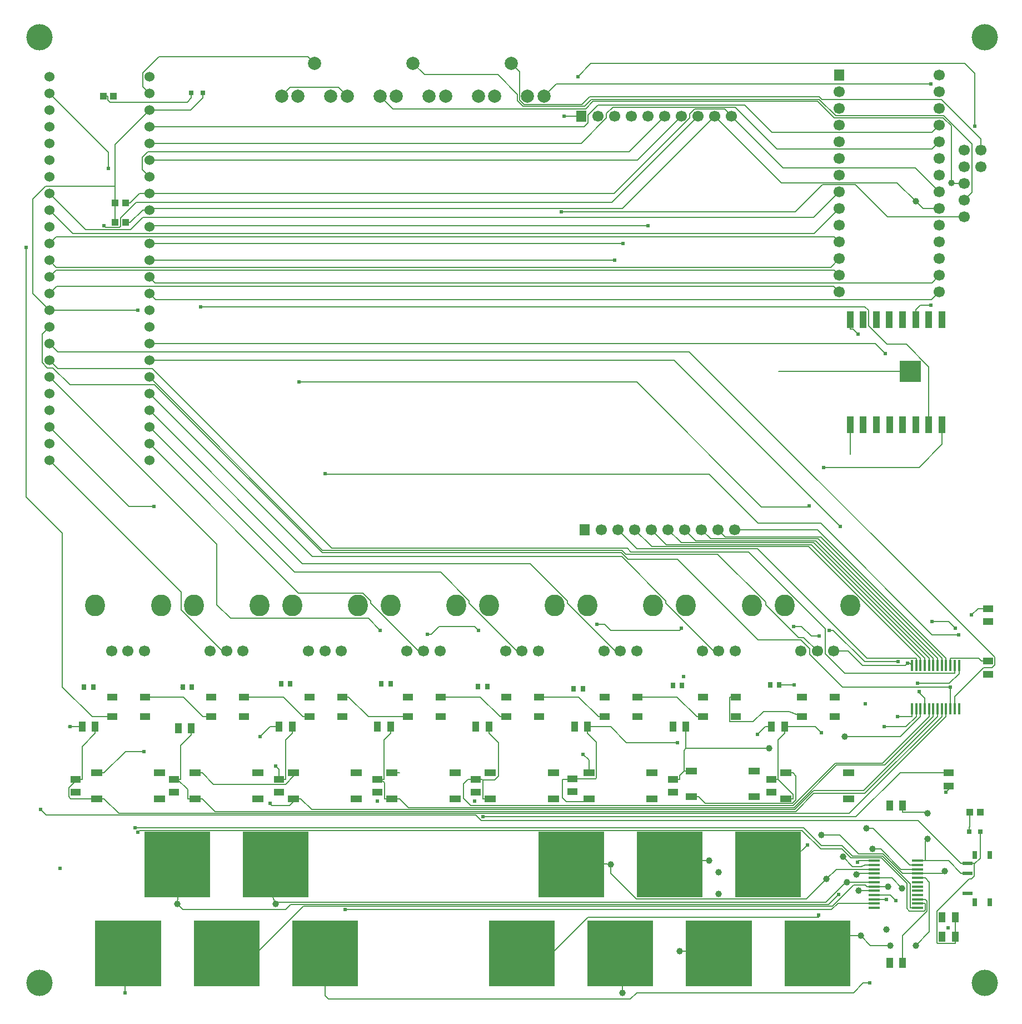
<source format=gtl>
G04 Layer: TopLayer*
G04 EasyEDA v6.5.51, 2025-11-28 17:22:10*
G04 3f89507fd9de47f783310b3fc4076c63,ba7c814570024b70955b40637584d18f,10*
G04 Gerber Generator version 0.2*
G04 Scale: 100 percent, Rotated: No, Reflected: No *
G04 Dimensions in millimeters *
G04 leading zeros omitted , absolute positions ,4 integer and 5 decimal *
%FSLAX45Y45*%
%MOMM*%

%AMMACRO1*21,1,$1,$2,0,0,$3*%
%ADD10C,0.1300*%
%ADD11C,0.1270*%
%ADD12C,5.0000*%
%ADD13C,4.0000*%
%ADD14R,0.8000X0.8000*%
%ADD15R,1.8000X1.0000*%
%ADD16R,1.5500X1.0000*%
%ADD17R,0.0109X1.0000*%
%ADD18R,1.0000X1.1000*%
%ADD19R,1.1000X2.5000*%
%ADD20R,3.2000X3.2000*%
%ADD21R,0.7000X1.2000*%
%ADD22R,1.5240X0.6000*%
%ADD23R,1.0000X1.5500*%
%ADD24R,0.8000X0.9000*%
%ADD25MACRO1,1.5011X0.9982X0.0000*%
%ADD26MACRO1,1.4986X0.9982X0.0000*%
%ADD27R,1.8034X0.4064*%
%ADD28R,0.4064X1.8034*%
%ADD29C,1.7000*%
%ADD30R,1.5748X1.7000*%
%ADD31C,2.0000*%
%ADD32R,1.5240X1.7000*%
%ADD33C,1.5240*%
%ADD34O,2.999994X3.299993*%
%ADD35C,1.0000*%
%ADD36C,0.6096*%
%ADD37C,0.6100*%

%LPD*%
G36*
X2500020Y-2950006D02*
G01*
X2500020Y-3949954D01*
X3500018Y-3949954D01*
X3500018Y-2950006D01*
G37*
G36*
X3999992Y-2950006D02*
G01*
X3999992Y-3949954D01*
X4999990Y-3949954D01*
X4999990Y-2950006D01*
G37*
G36*
X7000036Y-2950006D02*
G01*
X7000036Y-3949954D01*
X8000034Y-3949954D01*
X8000034Y-2950006D01*
G37*
G36*
X8500008Y-2950006D02*
G01*
X8500008Y-3949954D01*
X9500006Y-3949954D01*
X9500006Y-2950006D01*
G37*
G36*
X10000030Y-2950006D02*
G01*
X10000030Y-3949954D01*
X11000028Y-3949954D01*
X11000028Y-2950006D01*
G37*
G36*
X11500002Y-2950006D02*
G01*
X11500002Y-3949954D01*
X12500000Y-3949954D01*
X12500000Y-2950006D01*
G37*
G36*
X1750009Y-1599996D02*
G01*
X1750009Y-2599994D01*
X2750007Y-2599994D01*
X2750007Y-1599996D01*
G37*
G36*
X3250031Y-1599996D02*
G01*
X3250031Y-2599994D01*
X4250029Y-2599994D01*
X4250029Y-1599996D01*
G37*
G36*
X7749997Y-1599996D02*
G01*
X7749997Y-2599994D01*
X8749995Y-2599994D01*
X8749995Y-1599996D01*
G37*
G36*
X9250019Y-1599996D02*
G01*
X9250019Y-2599994D01*
X10250017Y-2599994D01*
X10250017Y-1599996D01*
G37*
G36*
X10749991Y-1599996D02*
G01*
X10749991Y-2599994D01*
X11749989Y-2599994D01*
X11749989Y-1599996D01*
G37*
G36*
X999998Y-2950006D02*
G01*
X999998Y-3950004D01*
X1999996Y-3950004D01*
X1999996Y-2950006D01*
G37*
D10*
X8199881Y-800100D02*
G01*
X8120125Y-800100D01*
X8120125Y-1080007D01*
X8180070Y-1139952D01*
X8519922Y-1139952D01*
X8519922Y-1094994D01*
D11*
X11090005Y-119999D02*
G01*
X11210005Y0D01*
X11300002Y0D01*
X11650004Y640003D02*
G01*
X11650004Y640003D01*
X11420017Y640003D01*
D10*
X6842759Y-800100D02*
G01*
X6679945Y-800100D01*
X6610095Y-869950D01*
X6610095Y-1089913D01*
X6722109Y-1202181D01*
X11626850Y-1202181D01*
X12272263Y-556768D01*
X12989559Y-556768D01*
X13703554Y156971D01*
D11*
X3799992Y0D02*
G01*
X3660002Y0D01*
X3510003Y-149999D01*
D10*
X10664697Y450087D02*
G01*
X10664697Y81026D01*
X10670540Y75184D01*
X11025124Y75184D01*
X11180063Y230123D01*
X11567159Y230123D01*
X11762486Y150113D01*
D11*
X799998Y0D02*
G01*
X590001Y0D01*
X12500457Y4599939D02*
G01*
X12500457Y4150001D01*
X13417651Y5412790D02*
G01*
X11410005Y5412790D01*
D10*
X13079984Y-2433065D02*
G01*
X12869925Y-2433065D01*
X13290041Y-2459989D02*
G01*
X13133577Y-2303526D01*
X12869925Y-2303526D01*
X12869925Y-2237486D02*
G01*
X12612624Y-2237486D01*
X12599924Y-2249931D01*
X12839954Y-1860042D02*
G01*
X12964413Y-1860042D01*
X13275818Y-2171445D01*
X13530072Y-2171445D01*
X13642847Y-2303526D02*
G01*
X13708888Y-2369312D01*
X13708888Y-3121152D01*
X13500100Y-3329939D01*
X13530072Y-2303526D02*
G01*
X13642847Y-2303526D01*
X13109956Y-3329939D02*
G01*
X12809981Y-3329939D01*
X12660122Y-3180079D01*
X12322556Y-2557779D02*
G01*
X12175743Y-2704592D01*
X3978402Y-2704592D01*
X3902709Y-2780284D01*
X2330450Y-2780284D01*
X2249931Y-2700020D01*
X12869925Y-2496565D02*
G01*
X12628372Y-2496565D01*
X3750056Y-2700020D02*
G01*
X3774693Y-2675381D01*
X12129770Y-2675381D01*
X12438125Y-2367026D01*
X12450063Y-2367026D01*
X12869925Y-2367026D02*
G01*
X12450063Y-2367026D01*
X8850127Y-2100069D02*
G01*
X8850127Y-2234945D01*
X9239250Y-2624076D01*
X11835940Y-2624076D01*
X12140006Y-2320010D01*
X12869923Y-2171445D02*
G01*
X12288570Y-2171445D01*
X12140006Y-2320010D01*
X13530077Y-2107945D02*
G01*
X13410951Y-2107945D01*
X12853014Y-1550009D01*
X12750012Y-1550009D01*
X12059920Y-1649984D02*
G01*
X12339320Y-1649984D01*
X12629388Y-1940305D01*
X13003022Y-1940305D01*
X13300202Y-2237486D01*
X13530072Y-2237486D01*
X13530072Y-2237486D02*
G01*
X13902690Y-2237486D01*
X13941297Y-2198878D01*
X12869923Y-2562603D02*
G01*
X13112595Y-2562603D01*
X13199999Y-2650007D01*
X13500100Y7999984D02*
G01*
X13216636Y8283447D01*
X11455654Y8283447D01*
X10438891Y9299955D01*
X1823973Y7867904D02*
G01*
X1847595Y7891526D01*
X9030715Y7891526D01*
X10438891Y9299955D01*
X13857986Y7892034D02*
G01*
X13608050Y7892034D01*
X13500100Y7999984D01*
X1532636Y7679944D02*
G01*
X1720850Y7867904D01*
X1823973Y7867904D01*
X1459992Y7679944D02*
G01*
X1532636Y7679944D01*
X12420091Y-150113D02*
G01*
X13264388Y-150113D01*
X13571474Y156971D01*
X9999979Y0D02*
G01*
X9999979Y-329945D01*
X9999979Y-329945D02*
G01*
X11267440Y-329945D01*
X9967213Y-675131D02*
G01*
X9967213Y-362712D01*
X9999979Y-329945D01*
X9800081Y-800100D02*
G01*
X9900158Y-800100D01*
X9900158Y-800100D02*
G01*
X9900158Y-741934D01*
X9967213Y-675131D01*
X13571474Y270002D02*
G01*
X13571474Y156971D01*
X10079990Y-675131D02*
G01*
X9967213Y-675131D01*
X14040104Y8279892D02*
G01*
X14040104Y9150604D01*
X13918691Y9272015D01*
X12259309Y9272015D01*
X12006579Y9525000D01*
X8585454Y9525000D01*
X8470391Y9409684D01*
X5532881Y9409684D01*
X5337302Y9605263D01*
X14238986Y8273034D02*
G01*
X14046961Y8273034D01*
X14040104Y8279892D01*
X11595354Y-705104D02*
G01*
X11632691Y-705104D01*
X11519915Y-705104D02*
G01*
X11595354Y-705104D01*
X299973Y6343904D02*
G01*
X1646681Y6343904D01*
X1299971Y8230870D02*
G01*
X1299971Y8867902D01*
X1823973Y9391904D01*
X1299971Y7979918D02*
G01*
X1299971Y8230870D01*
X13374116Y963929D02*
G01*
X13408152Y963929D01*
X13441934Y929894D01*
X12499847Y6200139D02*
G01*
X12499847Y6052312D01*
X12499847Y6052312D02*
G01*
X12543536Y6052312D01*
X12618465Y5977381D01*
X10079990Y-1065021D02*
G01*
X10192765Y-1065021D01*
X11632691Y-705104D02*
G01*
X11675872Y-748029D01*
X11675872Y-1111757D01*
X11619738Y-1167892D01*
X10295381Y-1167892D01*
X10192765Y-1065021D01*
X2634995Y9649968D02*
G01*
X2634995Y9577831D01*
X1823973Y9391904D02*
G01*
X2449322Y9391904D01*
X2634995Y9577831D01*
X1299971Y7679944D02*
G01*
X1299971Y7979918D01*
X14290040Y-2234945D02*
G01*
X14190979Y-2234945D01*
X14190979Y-2234945D02*
G01*
X13997940Y-2041905D01*
X13642847Y-2041905D01*
X13732256Y6416039D02*
G01*
X13568172Y6416039D01*
X13499845Y6347713D01*
X13499845Y6199886D02*
G01*
X13499845Y6347713D01*
X1020063Y-705104D02*
G01*
X1132839Y-705104D01*
X2576322Y-705104D02*
G01*
X2632709Y-705104D01*
X2519934Y-705104D02*
G01*
X2576322Y-705104D01*
X4020058Y-705104D02*
G01*
X4020058Y-753110D01*
X3897375Y-875792D01*
X2803397Y-875792D01*
X2632709Y-705104D01*
X5519927Y-705104D02*
G01*
X5632704Y-705104D01*
X2329941Y599947D02*
G01*
X2298700Y599947D01*
X13530072Y-2041905D02*
G01*
X13642847Y-2041905D01*
X13642847Y-2041905D02*
G01*
X13642847Y-1747012D01*
X13679931Y-1709928D01*
X13299947Y-1199895D02*
G01*
X13299947Y-1300226D01*
X13299947Y-1300226D02*
G01*
X13660120Y-1300226D01*
X13679931Y-1320037D01*
X14238986Y7765034D02*
G01*
X13070840Y7765034D01*
X12581636Y8254237D01*
X12077191Y8254237D01*
X11661393Y7838439D01*
X8102854Y7838439D01*
X13999972Y-899921D02*
G01*
X13999972Y-958342D01*
X13960347Y-997965D01*
X1823973Y5835904D02*
G01*
X12881863Y5835904D01*
X13038327Y5679439D01*
X13417041Y-2758186D02*
G01*
X13417041Y-2395728D01*
X12991084Y-1969515D01*
X12537693Y-1969515D01*
X12378943Y-1810765D01*
X12062968Y-1810765D01*
X11788140Y-1535684D01*
X1607820Y-1535684D01*
X13530072Y-2758186D02*
G01*
X13417041Y-2758186D01*
X13642847Y-2692145D02*
G01*
X13642847Y-2794000D01*
X13631925Y-2804921D01*
X13401293Y-2804921D01*
X13363702Y-2767076D01*
X13363702Y-2383536D01*
X12978891Y-1998726D01*
X12513818Y-1998726D01*
X12378181Y-1863344D01*
X12053570Y-1863344D01*
X11767311Y-1577339D01*
X1675892Y-1577339D01*
X1644904Y-1608073D01*
X13530072Y-2692145D02*
G01*
X13642847Y-2692145D01*
X14190979Y-2085086D02*
G01*
X13531850Y-1425702D01*
X6881622Y-1425702D01*
X6804406Y-1348739D01*
X6804406Y-1348486D01*
X250952Y-1348486D01*
X164845Y-1262379D01*
X14388845Y-2085086D02*
G01*
X14388845Y-2274570D01*
X14347190Y-2316479D01*
X14316456Y-2316479D01*
X13827252Y-2805684D01*
X13827252Y-3292347D01*
X13835125Y-3300221D01*
X14100047Y-3300221D01*
X14100047Y-3200145D02*
G01*
X14100047Y-3300221D01*
X14388845Y-2085086D02*
G01*
X14402816Y-2085086D01*
X14485111Y-2002789D01*
X14485111Y-1599945D01*
X14100047Y-2899918D02*
G01*
X14100047Y-3200145D01*
X14290040Y-2085086D02*
G01*
X14190979Y-2085086D01*
X14290040Y-2085086D02*
G01*
X14388845Y-2085086D01*
X13700252Y4599939D02*
G01*
X13700252Y5483605D01*
X13359891Y5823965D01*
X13057377Y5823965D01*
X12778740Y6102604D01*
X12778740Y6344157D01*
X12724638Y6398260D01*
X2608579Y6398260D01*
X1823973Y7105904D02*
G01*
X8914891Y7105904D01*
X13999972Y-700023D02*
G01*
X13263625Y-700023D01*
X12591034Y-1372615D01*
X6903720Y-1372615D01*
X4837175Y9605263D02*
G01*
X4705095Y9737344D01*
X3969258Y9737344D01*
X3837177Y9605263D01*
X7337297Y10105389D02*
G01*
X7464297Y9978136D01*
X7464297Y9544558D01*
X7530338Y9478518D01*
X8416036Y9478518D01*
X8533891Y9596120D01*
X12032741Y9596120D01*
X12074906Y9554210D01*
X13893038Y9554210D01*
X14492986Y8954262D01*
X14492986Y8781034D01*
X299973Y6851904D02*
G01*
X401320Y6953250D01*
X12256770Y6953250D01*
X12333986Y6876034D01*
X1762505Y450087D02*
G01*
X2342641Y450087D01*
X2642615Y150113D01*
X2762504Y150113D01*
X4262627Y150113D02*
G01*
X4164838Y150113D01*
X3360420Y450087D02*
G01*
X3864863Y450087D01*
X4164838Y150113D01*
X3262629Y450087D02*
G01*
X3360420Y450087D01*
X4860292Y450087D02*
G01*
X5160342Y150037D01*
X5762497Y150037D01*
X4762500Y450087D02*
G01*
X4860290Y450087D01*
X10762488Y450087D02*
G01*
X10664697Y450087D01*
X10262615Y150113D02*
G01*
X10164825Y150113D01*
X10164825Y150113D02*
G01*
X9864852Y450087D01*
X9262618Y450087D01*
X7262622Y150113D02*
G01*
X7164831Y150113D01*
X6262497Y450011D02*
G01*
X6864934Y450011D01*
X7164834Y150111D01*
X8762491Y150113D02*
G01*
X8664956Y150113D01*
X7860284Y450087D02*
G01*
X8364981Y450087D01*
X8664956Y150113D01*
X7762493Y450087D02*
G01*
X7860284Y450087D01*
X13441934Y156971D02*
G01*
X13220700Y156971D01*
X13441934Y270002D02*
G01*
X13441934Y156971D01*
X12350013Y3050006D02*
G01*
X9818115Y5581904D01*
X1823976Y5581904D01*
X1823973Y5327904D02*
G01*
X4462525Y2689352D01*
X9024620Y2689352D01*
X9083293Y2630678D01*
X10480802Y2630678D01*
X11214354Y1897126D01*
X11214354Y1855723D01*
X11711431Y1358645D01*
X11791188Y1358645D01*
X11999975Y1149857D01*
X1823973Y5073904D02*
G01*
X4309109Y2588768D01*
X9023604Y2588768D01*
X9693402Y1919223D01*
X9693402Y1879600D01*
X10423143Y1149857D01*
X10500106Y1149857D01*
X1823973Y4819904D02*
G01*
X4157472Y2486405D01*
X7626095Y2486405D01*
X8193531Y1919223D01*
X8193531Y1879600D01*
X8923020Y1149857D01*
X8999981Y1149857D01*
X1823973Y4565904D02*
G01*
X4036822Y2353310D01*
X6259322Y2353310D01*
X6693408Y1919223D01*
X6693408Y1879600D01*
X7423150Y1149857D01*
X7500111Y1149857D01*
X1823973Y4311904D02*
G01*
X4098290Y2037587D01*
X5074920Y2037587D01*
X5193284Y1919223D01*
X5193284Y1879600D01*
X5923025Y1149857D01*
X5999988Y1149857D01*
X299973Y4057904D02*
G01*
X2306574Y2051304D01*
X2306574Y1779015D01*
X2935731Y1149857D01*
X2999993Y1149857D01*
X299973Y5581904D02*
G01*
X426973Y5454904D01*
X1865629Y5454904D01*
X4601972Y2718562D01*
X9104629Y2718562D01*
X9159747Y2663697D01*
X10954258Y2663697D01*
X12124943Y1493012D01*
X12124943Y1113028D01*
X12420854Y817118D01*
X14092174Y817118D01*
X14092174Y929894D02*
G01*
X14092174Y817118D01*
X14092174Y270002D02*
G01*
X14092174Y459739D01*
X14532356Y899921D01*
X14660625Y899921D01*
X14700250Y939545D01*
X14700250Y1059434D01*
X10050779Y5708904D01*
X426973Y5708904D01*
X299973Y5835904D01*
X14028674Y270002D02*
G01*
X14028674Y382778D01*
X13642847Y-2628645D02*
G01*
X13672311Y-2657855D01*
X13672311Y-2807715D01*
X13299947Y-3179826D01*
X13299947Y-3599942D01*
X13530072Y-2628645D02*
G01*
X13642847Y-2628645D01*
X13703554Y270002D02*
G01*
X13703554Y156971D01*
X6842759Y-800100D02*
G01*
X6893052Y-800100D01*
X6800088Y-800100D02*
G01*
X6842759Y-800100D01*
X6999986Y-100329D02*
G01*
X7145527Y-245871D01*
X7145527Y-751586D01*
X7083043Y-814323D01*
X6907275Y-814323D01*
X6907275Y-814323D02*
G01*
X6907275Y-1094994D01*
X6893052Y-800100D02*
G01*
X6907275Y-814323D01*
X6999986Y0D02*
G01*
X6999986Y-100329D01*
X7020052Y-1094994D02*
G01*
X6907275Y-1094994D01*
X8270011Y-789990D02*
G01*
X8621725Y-789990D01*
X8632700Y-779015D01*
X8632700Y-232915D01*
X8500107Y-100329D01*
X8500109Y0D02*
G01*
X8500109Y-100329D01*
X8249914Y-800100D02*
G01*
X8260024Y-789990D01*
X8270011Y-789990D01*
X8270011Y-789990D02*
G01*
X8209993Y-789990D01*
X8199884Y-800100D01*
X11500104Y0D02*
G01*
X11500104Y-100329D01*
X11400281Y-800100D02*
G01*
X11632691Y-1032510D01*
X11632691Y-1094994D01*
X11299952Y-800100D02*
G01*
X11400281Y-800100D01*
X11519915Y-1094994D02*
G01*
X11632691Y-1094994D01*
X11500104Y-100329D02*
G01*
X11400281Y-199897D01*
X11400281Y-800100D01*
X13767054Y156971D02*
G01*
X13023850Y-586231D01*
X12291822Y-586231D01*
X11646661Y-1231392D01*
X5769102Y-1231392D01*
X5632704Y-1094994D01*
X13767054Y270002D02*
G01*
X13767054Y156971D01*
X5519927Y-1094994D02*
G01*
X5632704Y-1094994D01*
X5463540Y-1094994D02*
G01*
X5519927Y-1094994D01*
X5463540Y-1094994D02*
G01*
X5407406Y-1094994D01*
X5500115Y0D02*
G01*
X5500115Y-100329D01*
X5350256Y-800100D02*
G01*
X5407406Y-857250D01*
X5407406Y-1094994D01*
X5350256Y-800100D02*
G01*
X5400293Y-800100D01*
X5299963Y-800100D02*
G01*
X5350256Y-800100D01*
X5500115Y-100329D02*
G01*
X5400293Y-199897D01*
X5400293Y-800100D01*
X13833093Y156971D02*
G01*
X12703809Y-972312D01*
X11947143Y-972312D01*
X11658854Y-1260855D01*
X4298441Y-1260855D01*
X4132834Y-1094994D01*
X13833093Y270002D02*
G01*
X13833093Y156971D01*
X4020058Y-1094994D02*
G01*
X4132834Y-1094994D01*
X3900170Y-800100D02*
G01*
X3900170Y-199897D01*
X3999991Y-100329D01*
X3999991Y0D02*
G01*
X3999991Y-100329D01*
X3800093Y-800100D02*
G01*
X3900170Y-800100D01*
X13896593Y156971D02*
G01*
X12723368Y-1016254D01*
X11944858Y-1016254D01*
X11670791Y-1290065D01*
X2827781Y-1290065D01*
X2632709Y-1094994D01*
X13896593Y270002D02*
G01*
X13896593Y156971D01*
X2519934Y-1094994D02*
G01*
X2632709Y-1094994D01*
X2463545Y-1094994D02*
G01*
X2519934Y-1094994D01*
X2463545Y-1094994D02*
G01*
X2407158Y-1094994D01*
X2250186Y-800100D02*
G01*
X2407158Y-957071D01*
X2407158Y-1094994D01*
X2250186Y-800100D02*
G01*
X2300224Y-800100D01*
X2199893Y-800100D02*
G01*
X2250186Y-800100D01*
X2464054Y-24129D02*
G01*
X2464054Y-124205D01*
X2464054Y-124205D02*
G01*
X2300224Y-288036D01*
X2300224Y-800100D01*
X13962634Y156971D02*
G01*
X12486131Y-1319276D01*
X1357121Y-1319276D01*
X1132839Y-1094994D01*
X1020063Y-1094994D02*
G01*
X1132839Y-1094994D01*
X750062Y-800100D02*
G01*
X728471Y-800100D01*
X599694Y-928623D01*
X599694Y-1069086D01*
X625855Y-1094994D01*
X1020063Y-1094994D01*
X13962634Y270002D02*
G01*
X13962634Y156971D01*
X750062Y-800100D02*
G01*
X800354Y-800100D01*
X700023Y-800100D02*
G01*
X750062Y-800100D01*
X999997Y0D02*
G01*
X999997Y-100329D01*
X999997Y-100329D02*
G01*
X800354Y-299973D01*
X800354Y-800100D01*
X14314931Y-1599945D02*
G01*
X14314931Y-1527810D01*
X14314931Y-1527810D02*
G01*
X14320011Y-1522729D01*
X14320011Y-1299971D01*
X2464815Y9577831D02*
G01*
X2400045Y9512808D01*
X1225295Y9512808D01*
X1192784Y9545320D01*
X1192784Y9599929D01*
X2464815Y9649968D02*
G01*
X2464815Y9577831D01*
X1120139Y9599929D02*
G01*
X1192784Y9599929D01*
X1823973Y6597904D02*
G01*
X1917700Y6504178D01*
X13740129Y6504178D01*
X13857986Y6622034D01*
X1823973Y6851904D02*
G01*
X1914144Y6761987D01*
X13743940Y6761987D01*
X13857986Y6876034D01*
X1823973Y8883904D02*
G01*
X8402065Y8883904D01*
X8787891Y9269984D01*
X8787891Y9336786D01*
X8888222Y9437115D01*
X10748263Y9437115D01*
X11385550Y8799576D01*
X13749527Y8799576D01*
X13857986Y8908034D01*
X1823973Y9137904D02*
G01*
X8451088Y9137904D01*
X8509254Y9196070D01*
X8509254Y9312655D01*
X8662670Y9466326D01*
X10894568Y9466326D01*
X11307318Y9053576D01*
X13749527Y9053576D01*
X13857986Y9162034D01*
X299973Y6597904D02*
G01*
X409955Y6707886D01*
X12248134Y6707886D01*
X12333986Y6622034D01*
X299973Y7105904D02*
G01*
X406400Y6999478D01*
X12203684Y6999478D01*
X12333986Y7130034D01*
X299973Y7359904D02*
G01*
X401320Y7461250D01*
X12256770Y7461250D01*
X12333986Y7384034D01*
X299973Y7867904D02*
G01*
X659892Y7508239D01*
X11950191Y7508239D01*
X12333986Y7892034D01*
X12333986Y8146034D02*
G01*
X11943079Y7755128D01*
X1722628Y7755128D01*
X1540510Y7573010D01*
X849121Y7573010D01*
X299973Y8121904D01*
X1823973Y8629904D02*
G01*
X9261093Y8629904D01*
X9930891Y9299955D01*
X1823973Y8121904D02*
G01*
X8906256Y8121904D01*
X10057891Y9273794D01*
X10057891Y9335515D01*
X10130281Y9407652D01*
X10585195Y9407652D01*
X10692891Y9299955D01*
X1532636Y7979918D02*
G01*
X1674876Y8121904D01*
X1823973Y8121904D01*
X13857986Y8146034D02*
G01*
X13491718Y8512302D01*
X11480545Y8512302D01*
X10692891Y9299955D01*
X1459992Y7979918D02*
G01*
X1532636Y7979918D01*
X13767054Y1042923D02*
G01*
X11978893Y2830829D01*
X10150093Y2830829D01*
X9980929Y2999994D01*
X13767054Y929894D02*
G01*
X13767054Y1042923D01*
X13703554Y1042923D02*
G01*
X11944858Y2801620D01*
X9925304Y2801620D01*
X9726929Y2999994D01*
X13703554Y929894D02*
G01*
X13703554Y1042923D01*
X13637513Y1042923D02*
G01*
X11908027Y2772410D01*
X9700768Y2772410D01*
X9472929Y2999994D01*
X13637513Y929894D02*
G01*
X13637513Y1042923D01*
X13571474Y1042923D02*
G01*
X11871197Y2742945D01*
X9475977Y2742945D01*
X9218929Y2999994D01*
X13571474Y929894D02*
G01*
X13571474Y1042923D01*
X13833093Y1042923D02*
G01*
X12015724Y2860294D01*
X10374884Y2860294D01*
X10234929Y2999994D01*
X13833093Y929894D02*
G01*
X13833093Y1042923D01*
X13896593Y1042923D02*
G01*
X12050013Y2889504D01*
X10599420Y2889504D01*
X10488929Y2999994D01*
X13896593Y929894D02*
G01*
X13896593Y1042923D01*
X13962634Y1042923D02*
G01*
X12005563Y2999994D01*
X10742929Y2999994D01*
X13962634Y929894D02*
G01*
X13962634Y1042923D01*
X5837174Y10105389D02*
G01*
X6013195Y9929368D01*
X7137654Y9929368D01*
X7434834Y9631934D01*
X7434834Y9532365D01*
X7518145Y9449308D01*
X8453881Y9449308D01*
X8558784Y9554210D01*
X12028931Y9554210D01*
X12279375Y9303765D01*
X13928343Y9303765D01*
X14356841Y8875268D01*
X14356841Y8136889D01*
X14238986Y8019034D01*
X7837170Y9605263D02*
G01*
X8020304Y9788397D01*
X13729208Y9788397D01*
X1823973Y8375904D02*
G01*
X1718563Y8481568D01*
X1718563Y8675115D01*
X1800605Y8756904D01*
X9134093Y8756904D01*
X9676891Y9299955D01*
X1823973Y7613904D02*
G01*
X1841754Y7631684D01*
X9422891Y7631684D01*
X8964929Y2999994D02*
G01*
X9251188Y2713736D01*
X11085322Y2713736D01*
X12756388Y1042923D01*
X13507974Y1042923D01*
X13507974Y929894D02*
G01*
X13507974Y1042923D01*
X10184891Y9299955D02*
G01*
X8867393Y7982458D01*
X1619757Y7982458D01*
X1387347Y7750047D01*
X1387347Y7620508D01*
X1369060Y7602220D01*
X1158747Y7602220D01*
X1133347Y7627620D01*
X1823973Y7359904D02*
G01*
X9039097Y7359904D01*
X1823973Y9645904D02*
G01*
X1723897Y9746234D01*
X1723897Y9954768D01*
X1971802Y10202671D01*
X4239768Y10202671D01*
X4337304Y10105136D01*
X14028674Y929894D02*
G01*
X14028674Y1042923D01*
X14599920Y999997D02*
G01*
X14499843Y999997D01*
X14499843Y999997D02*
G01*
X14456918Y1042923D01*
X14028674Y1042923D01*
D11*
X8350001Y9900000D02*
G01*
X8550000Y10100000D01*
X14249999Y10100000D01*
X14250001Y10100000D01*
X14400001Y9950000D01*
X14400001Y9149999D01*
X299999Y9646005D02*
G01*
X1200000Y8746004D01*
X1200000Y8500000D01*
X1262634Y150113D02*
G01*
X949960Y150113D01*
X500126Y599947D01*
X500126Y2949955D01*
X-50037Y3500120D01*
X-50037Y7313929D01*
X-49999Y7300000D01*
X4500115Y3849880D02*
G01*
X10349991Y3849880D01*
X11099876Y3099993D01*
X12050013Y3099993D01*
X13750008Y1399999D01*
X14149999Y1399999D01*
X13750000Y1599999D02*
G01*
X13999999Y1599999D01*
X14099999Y1499999D01*
X299999Y5328005D02*
G01*
X2849999Y2778005D01*
X2849999Y2430000D01*
X2849999Y1859998D01*
X3059998Y1649999D01*
X5159999Y1649999D01*
X5339999Y1469999D01*
X13529995Y659998D02*
G01*
X14009994Y659998D01*
X14158137Y808141D01*
X14158137Y929995D01*
X4020007Y-1095019D02*
G01*
X4020007Y-1139992D01*
X3959999Y-1200000D01*
X3689997Y-1200000D01*
X3659997Y-1170000D01*
X12180061Y1469897D02*
G01*
X12240006Y1469897D01*
X12720065Y990092D01*
X13229996Y990092D01*
X12180061Y1469897D02*
G01*
X12240006Y1469897D01*
X12720065Y990092D01*
X13079984Y990092D01*
X11639997Y1529999D02*
G01*
X11759996Y1529999D01*
X11909996Y1379999D01*
X12029996Y1379999D01*
X8639997Y1559999D02*
G01*
X8759997Y1559999D01*
X8849997Y1469999D01*
X9899997Y1469999D01*
X9929997Y1499999D01*
X6059998Y1409999D02*
G01*
X6119997Y1409999D01*
X6239997Y1529999D01*
X6779999Y1529999D01*
X6839999Y1469999D01*
X12870002Y-2628595D02*
G01*
X13049999Y-2628595D01*
D10*
X12016480Y-2871980D02*
G01*
X12016480Y-2899915D01*
X8508243Y-2899915D01*
X7887208Y-3520950D01*
X7829064Y-3520950D01*
X7490002Y-3860012D01*
X12869925Y-2692145D02*
G01*
X12313411Y-2692145D01*
X12218415Y-2787142D01*
X4802886Y-2787142D01*
D11*
X8500008Y0D02*
G01*
X8849997Y0D01*
X9089997Y-239999D01*
X9869998Y-239999D01*
D10*
X14028674Y599947D02*
G01*
X14028674Y599947D01*
X12387579Y599947D01*
X11883897Y1103629D01*
X11883897Y1186179D01*
X11751056Y1319021D01*
X11099545Y1319021D01*
X9866629Y2551684D01*
X9114536Y2551684D01*
X9012174Y2654045D01*
X4456429Y2654045D01*
X1905254Y5205221D01*
X613663Y5205221D01*
X354076Y5464810D01*
X271779Y5464810D01*
X192531Y5544057D01*
X192531Y5982462D01*
X299973Y6089904D01*
X14028674Y382778D02*
G01*
X14028674Y599947D01*
D11*
X11500002Y0D02*
G01*
X11969996Y0D01*
X12059996Y-89999D01*
X12100001Y3949999D02*
G01*
X13550000Y3949999D01*
X13900251Y4300250D01*
X13900251Y4599990D01*
D10*
X1299971Y8230870D02*
G01*
X243331Y8230870D01*
X50037Y8037576D01*
X50037Y6593839D01*
X299973Y6343904D01*
D11*
X4100004Y5249999D02*
G01*
X9250001Y5249999D01*
X11150005Y3350003D01*
X11870001Y3350003D01*
X11879986Y3359988D01*
X4099999Y5249999D02*
G01*
X9250001Y5249999D01*
X11150000Y3350000D01*
X13552424Y532384D02*
G01*
X13552424Y517652D01*
X13637513Y432562D01*
X13637513Y270002D01*
X13019996Y0D02*
G01*
X13349996Y0D01*
X13507897Y157901D01*
X13507897Y270002D01*
X12250013Y1149985D02*
G01*
X12470010Y1149985D01*
X12689994Y930000D01*
X13340186Y930000D01*
X13374116Y963929D01*
X3750000Y-599998D02*
G01*
X3799992Y-649991D01*
X3799992Y-799998D01*
X8519998Y-705002D02*
G01*
X8519998Y-509998D01*
X8429998Y-419999D01*
X14349999Y1699999D02*
G01*
X14449996Y1799996D01*
X14599996Y1799996D01*
X12870002Y-2041855D02*
G01*
X12628153Y-2041855D01*
X12610007Y-2060000D01*
X1893143Y3356858D02*
G01*
X1509146Y3356858D01*
X299999Y4566005D01*
D10*
X12869925Y-2107945D02*
G01*
X12729972Y-2109978D01*
X12660007Y-2130000D01*
X12540234Y-2130044D01*
X12390120Y-1979929D01*
D11*
X8406993Y9300006D02*
G01*
X8140004Y9300006D01*
D10*
X12869923Y-2433065D02*
G01*
X12757150Y-2433065D01*
X12732506Y-2408430D01*
X12555722Y-2408430D01*
X12230100Y-2734053D01*
X4168899Y-2734053D01*
X3417315Y-3485642D01*
X3417315Y-3602685D01*
X3199993Y-3820007D01*
D11*
X1449999Y-4049999D02*
G01*
X1449999Y-3899999D01*
X1499999Y-3849999D01*
X12799999Y-3899999D02*
G01*
X12700000Y-3899999D01*
X12550000Y-4049999D01*
X9249999Y-4049999D01*
X9149999Y-4149999D01*
X4550001Y-4149999D01*
X4500001Y-4099999D01*
X4500001Y-3849999D01*
X4260001Y-3790002D01*
X3750005Y-2699994D02*
G01*
X3660002Y-2500002D01*
X2250008Y-2699994D02*
G01*
X2270000Y-2450000D01*
X8849995Y-2099995D02*
G01*
X8650005Y-2080000D01*
X10349991Y-2040001D02*
G01*
X10209999Y-2040001D01*
X10120005Y-2190000D01*
X9900005Y-3420008D02*
G01*
X10070007Y-3420008D01*
X10140005Y-3500003D01*
X11630007Y-2140000D02*
G01*
X11650004Y-1999980D01*
X11849988Y-1799996D01*
X9029954Y-4050029D02*
G01*
X9029954Y-3879954D01*
X8930004Y-3840002D01*
X12659995Y-3180003D02*
G01*
X12469997Y-3180003D01*
X12350005Y-3330000D01*
X1740001Y-380009D02*
G01*
X1457934Y-380009D01*
X1132839Y-705104D01*
D10*
X11762486Y150113D02*
G01*
X11762511Y150037D01*
D12*
G01*
X3000019Y-3450005D03*
G01*
X4500016Y-3450005D03*
G01*
X7500035Y-3450005D03*
G01*
X9000032Y-3450005D03*
G01*
X10500029Y-3450005D03*
G01*
X12000026Y-3450005D03*
G01*
X2250033Y-2099995D03*
G01*
X3750030Y-2099995D03*
G01*
X8250021Y-2099995D03*
G01*
X9750018Y-2099995D03*
G01*
X11250015Y-2099995D03*
G01*
X1499996Y-3450031D03*
D13*
G01*
X14550009Y-3899992D03*
G01*
X150012Y-3899992D03*
G01*
X150012Y10500004D03*
G01*
X14550009Y10500004D03*
G01*
X150012Y10500004D03*
G01*
X150012Y-3899992D03*
D14*
G01*
X2635097Y9649993D03*
G01*
X2464917Y9649993D03*
G01*
X14485086Y-1599996D03*
G01*
X14314906Y-1599996D03*
D15*
G01*
X10079990Y-675004D03*
G01*
X11039983Y-675004D03*
G01*
X10079990Y-1065021D03*
G01*
X11039983Y-1065021D03*
D16*
G01*
X13999997Y-699998D03*
G01*
X13999997Y-899998D03*
D18*
G01*
X1299997Y7979994D03*
G01*
X1459992Y7979994D03*
G01*
X1299997Y7679994D03*
G01*
X1459992Y7679994D03*
D19*
G01*
X13900251Y6200190D03*
G01*
X13699134Y6200139D03*
G01*
X13499820Y6199987D03*
G01*
X13298957Y6200089D03*
G01*
X13099364Y6200165D03*
G01*
X12899770Y6200089D03*
G01*
X12699365Y6200190D03*
G01*
X12499771Y6200089D03*
G01*
X13900251Y4599990D03*
G01*
X13700226Y4599990D03*
G01*
X13500379Y4599787D03*
G01*
X13300430Y4599889D03*
G01*
X13100202Y4599965D03*
G01*
X12900253Y4599889D03*
G01*
X12700254Y4599990D03*
G01*
X12500457Y4599939D03*
D20*
G01*
X13417651Y5412790D03*
D21*
G01*
X14399996Y-1950008D03*
G01*
X14629993Y-1950008D03*
G01*
X14629993Y-2669997D03*
G01*
X14399996Y-2669997D03*
D22*
G01*
X14289989Y-2085009D03*
G01*
X14289989Y-2234996D03*
G01*
X14289989Y-2534996D03*
D23*
G01*
X14099997Y-3199993D03*
G01*
X13899997Y-3199993D03*
D18*
G01*
X1280007Y9600006D03*
G01*
X1120012Y9600006D03*
G01*
X14480006Y-1299997D03*
G01*
X14320011Y-1299997D03*
D15*
G01*
X1020013Y-705002D03*
G01*
X1980006Y-705002D03*
G01*
X1020013Y-1095019D03*
G01*
X1980006Y-1095019D03*
G01*
X2520010Y-705002D03*
G01*
X3480003Y-705002D03*
G01*
X2520010Y-1095019D03*
G01*
X3480003Y-1095019D03*
G01*
X4020007Y-705002D03*
G01*
X4980000Y-705002D03*
G01*
X4020007Y-1095019D03*
G01*
X4980000Y-1095019D03*
G01*
X5520004Y-705002D03*
G01*
X6479997Y-705002D03*
G01*
X5520004Y-1095019D03*
G01*
X6479997Y-1095019D03*
G01*
X11519992Y-705002D03*
G01*
X12479985Y-705002D03*
G01*
X11519992Y-1095019D03*
G01*
X12479985Y-1095019D03*
G01*
X8519998Y-705002D03*
G01*
X9479991Y-705002D03*
G01*
X8519998Y-1095019D03*
G01*
X9479991Y-1095019D03*
G01*
X7020001Y-705002D03*
G01*
X7979994Y-705002D03*
G01*
X7020001Y-1095019D03*
G01*
X7979994Y-1095019D03*
D23*
G01*
X13299998Y-3599992D03*
G01*
X13099999Y-3599992D03*
D16*
G01*
X14599996Y999997D03*
G01*
X14599996Y799998D03*
G01*
X699998Y-799998D03*
G01*
X699998Y-999997D03*
G01*
X2199995Y-799998D03*
G01*
X2199995Y-999997D03*
G01*
X3799992Y-799998D03*
G01*
X3799992Y-999997D03*
G01*
X5299989Y-799998D03*
G01*
X5299989Y-999997D03*
G01*
X11300002Y-799998D03*
G01*
X11300002Y-999997D03*
G01*
X9800005Y-799998D03*
G01*
X9800005Y-999997D03*
G01*
X8270011Y-789990D03*
G01*
X8270011Y-989990D03*
G01*
X6800011Y-799998D03*
G01*
X6800011Y-999997D03*
D24*
G01*
X11280013Y640003D03*
G01*
X11420017Y640003D03*
G01*
X9800005Y629996D03*
G01*
X9940010Y629996D03*
G01*
X8290001Y580009D03*
G01*
X8430006Y580009D03*
G01*
X6830009Y610006D03*
G01*
X6970013Y610006D03*
G01*
X5360009Y650011D03*
G01*
X5500014Y650011D03*
G01*
X2329992Y599998D03*
G01*
X2469997Y599998D03*
G01*
X829995Y599998D03*
G01*
X970000Y599998D03*
D25*
G01*
X7762501Y450004D03*
G01*
X7762501Y150030D03*
D26*
G01*
X7262502Y150030D03*
G01*
X7262502Y450004D03*
D25*
G01*
X9262501Y450004D03*
G01*
X9262501Y150030D03*
D26*
G01*
X8762502Y150030D03*
G01*
X8762502Y450004D03*
D25*
G01*
X12262502Y450004D03*
G01*
X12262502Y150030D03*
D26*
G01*
X11762503Y150030D03*
G01*
X11762503Y450004D03*
D25*
G01*
X10762500Y450004D03*
G01*
X10762500Y150030D03*
D26*
G01*
X10262501Y150030D03*
G01*
X10262501Y450004D03*
D25*
G01*
X4762502Y450004D03*
G01*
X4762502Y150030D03*
D26*
G01*
X4262503Y150030D03*
G01*
X4262503Y450004D03*
D25*
G01*
X3262500Y450004D03*
G01*
X3262500Y150030D03*
D26*
G01*
X2762501Y150030D03*
G01*
X2762501Y450004D03*
D25*
G01*
X1762500Y450004D03*
G01*
X1762500Y150030D03*
D26*
G01*
X1262501Y150030D03*
G01*
X1262501Y450004D03*
D27*
G01*
X12870002Y-2041855D03*
G01*
X12870002Y-2107895D03*
G01*
X12870002Y-2171395D03*
G01*
X12870002Y-2237435D03*
G01*
X12870002Y-2303475D03*
G01*
X12870002Y-2366975D03*
G01*
X12870002Y-2433015D03*
G01*
X12870002Y-2496515D03*
G01*
X12870002Y-2562555D03*
G01*
X12870002Y-2628595D03*
G01*
X12870002Y-2692095D03*
G01*
X12870002Y-2758135D03*
G01*
X13529995Y-2758135D03*
G01*
X13529995Y-2692095D03*
G01*
X13529995Y-2628595D03*
G01*
X13529995Y-2562555D03*
G01*
X13529995Y-2496515D03*
G01*
X13529995Y-2433015D03*
G01*
X13529995Y-2366975D03*
G01*
X13529995Y-2303475D03*
G01*
X13529995Y-2237435D03*
G01*
X13529995Y-2171395D03*
G01*
X13529995Y-2107895D03*
G01*
X13529995Y-2041855D03*
D28*
G01*
X13441857Y270002D03*
G01*
X13507897Y270002D03*
G01*
X13571397Y270002D03*
G01*
X13637437Y270002D03*
G01*
X13703477Y270002D03*
G01*
X13766977Y270002D03*
G01*
X13833017Y270002D03*
G01*
X13896517Y270002D03*
G01*
X13962557Y270002D03*
G01*
X14028597Y270002D03*
G01*
X14092097Y270002D03*
G01*
X14158137Y270002D03*
G01*
X14158137Y929995D03*
G01*
X14092097Y929995D03*
G01*
X14028597Y929995D03*
G01*
X13962557Y929995D03*
G01*
X13896517Y929995D03*
G01*
X13833017Y929995D03*
G01*
X13766977Y929995D03*
G01*
X13703477Y929995D03*
G01*
X13637437Y929995D03*
G01*
X13571397Y929995D03*
G01*
X13507897Y929995D03*
G01*
X13441857Y929995D03*
D23*
G01*
X13099999Y-1199997D03*
G01*
X13299998Y-1199997D03*
D16*
G01*
X14599996Y1599996D03*
G01*
X14599996Y1799996D03*
D23*
G01*
X13899997Y-2899994D03*
G01*
X14099997Y-2899994D03*
G01*
X799998Y0D03*
G01*
X999997Y0D03*
G01*
X2264003Y-24003D03*
G01*
X2464003Y-24003D03*
G01*
X3799992Y0D03*
G01*
X3999991Y0D03*
G01*
X5299989Y0D03*
G01*
X5499988Y0D03*
G01*
X11300002Y0D03*
G01*
X11500002Y0D03*
G01*
X9800005Y0D03*
G01*
X10000005Y0D03*
G01*
X8300008Y0D03*
G01*
X8500008Y0D03*
G01*
X6800011Y0D03*
G01*
X7000011Y0D03*
D24*
G01*
X3830015Y650011D03*
G01*
X3969994Y650011D03*
D25*
G01*
X6262504Y450004D03*
G01*
X6262504Y150030D03*
D26*
G01*
X5762505Y150030D03*
G01*
X5762505Y450004D03*
D29*
G01*
X10743006Y2999994D03*
G01*
X10489006Y2999994D03*
G01*
X10235006Y2999994D03*
G01*
X9981006Y2999994D03*
G01*
X9727006Y2999994D03*
G01*
X9473006Y2999994D03*
G01*
X9219006Y2999994D03*
G01*
X8965006Y2999994D03*
G01*
X8711006Y2999994D03*
D30*
G01*
X8457006Y2999994D03*
D29*
G01*
X10692993Y9300006D03*
G01*
X10438993Y9300006D03*
G01*
X10184993Y9300006D03*
G01*
X9930993Y9300006D03*
G01*
X9676993Y9300006D03*
G01*
X9422993Y9300006D03*
G01*
X9168993Y9300006D03*
G01*
X8914993Y9300006D03*
G01*
X8660993Y9300006D03*
D30*
G01*
X8406993Y9300006D03*
D31*
G01*
X4337177Y10105262D03*
G01*
X3837177Y9605263D03*
G01*
X4837175Y9605263D03*
G01*
X4087164Y9605263D03*
G01*
X4587163Y9605263D03*
G01*
X7337196Y10105288D03*
G01*
X6837197Y9605289D03*
G01*
X7837195Y9605289D03*
G01*
X7087184Y9605289D03*
G01*
X7587183Y9605289D03*
G01*
X5837199Y10105288D03*
G01*
X5337200Y9605289D03*
G01*
X6337198Y9605289D03*
G01*
X5587187Y9605289D03*
G01*
X6087186Y9605289D03*
D32*
G01*
X12334011Y9924008D03*
D29*
G01*
X12333986Y9670008D03*
G01*
X12333986Y9416008D03*
G01*
X12333986Y9162008D03*
G01*
X12333986Y8908008D03*
G01*
X12333986Y8654008D03*
G01*
X12333986Y8400008D03*
G01*
X12333986Y8146008D03*
G01*
X12333986Y7892008D03*
G01*
X12333986Y7638008D03*
G01*
X12333986Y7384008D03*
G01*
X12333986Y7130008D03*
G01*
X12333986Y6876008D03*
G01*
X12333986Y6622008D03*
G01*
X13857986Y9670008D03*
G01*
X13857986Y9416008D03*
G01*
X13857986Y9162008D03*
G01*
X13857986Y8908008D03*
G01*
X13857986Y8654008D03*
G01*
X13857986Y8400008D03*
G01*
X13857986Y8146008D03*
G01*
X13857986Y7892008D03*
G01*
X13857986Y7638008D03*
G01*
X13857986Y7384008D03*
G01*
X13857986Y7130008D03*
G01*
X13857986Y6876008D03*
G01*
X13857986Y6622008D03*
G01*
X13857986Y9924008D03*
G01*
X14492986Y8781008D03*
G01*
X14492986Y8527008D03*
G01*
X14238986Y8273008D03*
G01*
X14238986Y8019008D03*
G01*
X14238986Y7765008D03*
G01*
X14238986Y8781008D03*
G01*
X14238986Y8527008D03*
D33*
G01*
X299999Y9900005D03*
G01*
X299999Y9646005D03*
G01*
X299999Y9392005D03*
G01*
X299999Y9138005D03*
G01*
X299999Y8884005D03*
G01*
X299999Y8630005D03*
G01*
X299999Y8376005D03*
G01*
X299999Y8122005D03*
G01*
X299999Y7868005D03*
G01*
X299999Y7614005D03*
G01*
X299999Y7360005D03*
G01*
X299999Y7106005D03*
G01*
X299999Y6852005D03*
G01*
X299999Y6598005D03*
G01*
X299999Y6344005D03*
G01*
X299999Y6090005D03*
G01*
X299999Y5836005D03*
G01*
X299999Y5582005D03*
G01*
X299999Y5328005D03*
G01*
X299999Y5074005D03*
G01*
X299999Y4820005D03*
G01*
X299999Y4566005D03*
G01*
X299999Y4312005D03*
G01*
X299999Y4058005D03*
G01*
X1823999Y4058005D03*
G01*
X1823999Y4312005D03*
G01*
X1823999Y4566005D03*
G01*
X1823999Y4820005D03*
G01*
X1823999Y5074005D03*
G01*
X1823999Y5328005D03*
G01*
X1823999Y5582005D03*
G01*
X1823999Y5836005D03*
G01*
X1823999Y6090005D03*
G01*
X1823999Y6344005D03*
G01*
X1823999Y6598005D03*
G01*
X1823999Y6852005D03*
G01*
X1823999Y7106005D03*
G01*
X1823999Y7360005D03*
G01*
X1823999Y7614005D03*
G01*
X1823999Y7868005D03*
G01*
X1823999Y8122005D03*
G01*
X1823999Y8376005D03*
G01*
X1823999Y8630005D03*
G01*
X1823999Y8884005D03*
G01*
X1823999Y9138005D03*
G01*
X1823999Y9392005D03*
G01*
X1823999Y9646005D03*
G01*
X1823999Y9900005D03*
D29*
G01*
X1250010Y1149985D03*
G01*
X1499996Y1149985D03*
G01*
X1750009Y1149985D03*
D34*
G01*
X1999995Y1849983D03*
G01*
X999997Y1849983D03*
D29*
G01*
X2750007Y1149985D03*
G01*
X2999993Y1149985D03*
G01*
X3250006Y1149985D03*
D34*
G01*
X3499993Y1849983D03*
G01*
X2499995Y1849983D03*
D29*
G01*
X4250004Y1149985D03*
G01*
X4499990Y1149985D03*
G01*
X4750003Y1149985D03*
D34*
G01*
X4999990Y1849983D03*
G01*
X3999991Y1849983D03*
D29*
G01*
X5750026Y1149985D03*
G01*
X6000013Y1149985D03*
G01*
X6250025Y1149985D03*
D34*
G01*
X6500012Y1849983D03*
G01*
X5500014Y1849983D03*
D29*
G01*
X7250023Y1149985D03*
G01*
X7500010Y1149985D03*
G01*
X7750022Y1149985D03*
D34*
G01*
X8000009Y1849983D03*
G01*
X7000011Y1849983D03*
D29*
G01*
X8750020Y1149985D03*
G01*
X9000007Y1149985D03*
G01*
X9250019Y1149985D03*
D34*
G01*
X9500006Y1849983D03*
G01*
X8500008Y1849983D03*
D29*
G01*
X10250017Y1149985D03*
G01*
X10500004Y1149985D03*
G01*
X10750016Y1149985D03*
D34*
G01*
X11000003Y1849983D03*
G01*
X10000005Y1849983D03*
D29*
G01*
X11750014Y1149985D03*
G01*
X12000001Y1149985D03*
G01*
X12250013Y1149985D03*
D34*
G01*
X12500000Y1849983D03*
G01*
X11500002Y1849983D03*
D35*
G01*
X13049986Y-3090011D03*
G01*
X13499998Y8000009D03*
G01*
X11267389Y-329996D03*
G01*
X12419990Y-150012D03*
G01*
X14040002Y8279993D03*
G01*
X12449987Y-2366975D03*
G01*
X12140006Y-2320010D03*
G01*
X13289991Y-2459989D03*
G01*
X13080009Y-2433015D03*
G01*
X12600000Y-2250008D03*
G01*
X12389993Y-1980006D03*
G01*
X12628448Y-2496515D03*
G01*
X2250008Y-2699994D03*
G01*
X3750005Y-2699994D03*
G01*
X7490002Y-3860012D03*
G01*
X8849995Y-2099995D03*
G01*
X9029954Y-4050029D03*
G01*
X3199993Y-3820007D03*
G01*
X12750012Y-1550009D03*
G01*
X10349991Y-2040001D03*
G01*
X12840004Y-1859991D03*
G01*
X10500004Y-2220010D03*
G01*
X10500004Y-2550007D03*
G01*
X9900005Y-3420008D03*
G01*
X13941196Y-2198801D03*
G01*
X12059996Y-1650009D03*
G01*
X13499998Y-3329990D03*
G01*
X12659995Y-3180003D03*
G01*
X13680008Y-1320012D03*
G01*
X13680008Y-1710004D03*
G01*
X13109956Y-3329939D03*
D36*
G01*
X12799999Y-3899992D03*
D37*
G01*
X12016486Y-2871978D03*
G01*
X12322556Y-2557779D03*
D36*
G01*
X11849988Y-1799996D03*
G01*
X1450009Y-4050004D03*
G01*
X13199999Y-2650007D03*
D37*
G01*
X13732256Y6416039D03*
G01*
X12618465Y5977381D03*
G01*
X13374116Y963929D03*
G01*
X1646681Y6343904D03*
D36*
G01*
X13750010Y1599996D03*
G01*
X14099997Y1499996D03*
G01*
X14350009Y1699996D03*
G01*
X8430006Y-419988D03*
D37*
G01*
X9039097Y7359904D03*
G01*
X1133347Y7627620D03*
G01*
X9422891Y7631684D03*
G01*
X13729208Y9788397D03*
G01*
X13220700Y156971D03*
G01*
X12350013Y3050006D03*
G01*
X6903720Y-1372615D03*
G01*
X8914891Y7105904D03*
G01*
X2608579Y6398260D03*
G01*
X164845Y-1262379D03*
G01*
X4802886Y-2787142D03*
G01*
X1644904Y-1608073D03*
G01*
X1607820Y-1535684D03*
G01*
X13038327Y5679439D03*
G01*
X13960347Y-997965D03*
G01*
X8102854Y7838439D03*
D36*
G01*
X3659987Y-1170000D03*
G01*
X3750005Y-599998D03*
G01*
X12059996Y-89992D03*
G01*
X13019989Y0D03*
G01*
X9870008Y-240004D03*
G01*
X13552474Y532460D03*
G01*
X14028674Y599947D03*
G01*
X8349995Y9900005D03*
G01*
X14399996Y9149994D03*
G01*
X1199997Y8500008D03*
G01*
X4099991Y5250002D03*
G01*
X11879986Y3359988D03*
G01*
X12100001Y3950004D03*
G01*
X4499990Y3850004D03*
G01*
X14150009Y1399997D03*
G01*
X13050011Y-2628595D03*
G01*
X-50037Y7300010D03*
G01*
X5339994Y1469999D03*
G01*
X6060008Y1410004D03*
G01*
X6839991Y1469999D03*
G01*
X8639987Y1559991D03*
G01*
X9930002Y1499996D03*
G01*
X11640007Y1529994D03*
G01*
X12029998Y1380007D03*
G01*
X12179985Y1469999D03*
G01*
X13229996Y990092D03*
G01*
X13529995Y659993D03*
G01*
X12610007Y-2059990D03*
G01*
X1893138Y3356863D03*
G01*
X614781Y0D03*
G01*
X3510000Y-150012D03*
G01*
X11089995Y-119989D03*
G01*
X11650014Y640003D03*
G01*
X6779996Y-1129995D03*
G01*
X8140014Y9300006D03*
G01*
X459994Y-2159990D03*
G01*
X12729997Y349986D03*
G01*
X5300014Y-1129995D03*
G01*
X9960000Y759993D03*
G01*
X13990015Y-3060014D03*
G01*
X1740001Y-380009D03*
M02*

</source>
